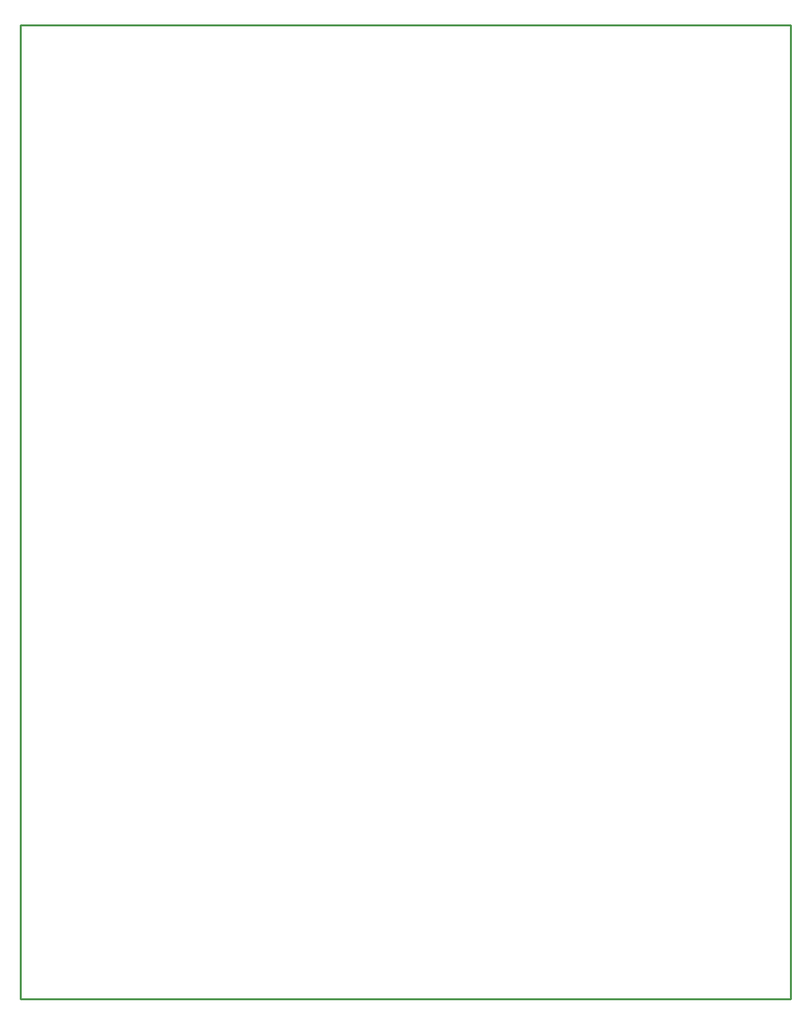
<source format=gbr>
%TF.GenerationSoftware,Altium Limited,Altium Designer,21.8.1 (53)*%
G04 Layer_Color=16711935*
%FSLAX43Y43*%
%MOMM*%
%TF.SameCoordinates,8EB70333-0A29-48E7-A932-0FA81BCCDE64*%
%TF.FilePolarity,Positive*%
%TF.FileFunction,Keep-out,Top*%
%TF.Part,Single*%
G01*
G75*
%TA.AperFunction,NonConductor*%
%ADD11C,0.254*%
D11*
X0Y0D02*
X99000D01*
X0D02*
Y125000D01*
X99000D01*
Y0D02*
Y125000D01*
%TF.MD5,0dbb65b6d94c61196f4d4e4b5306b5b4*%
M02*

</source>
